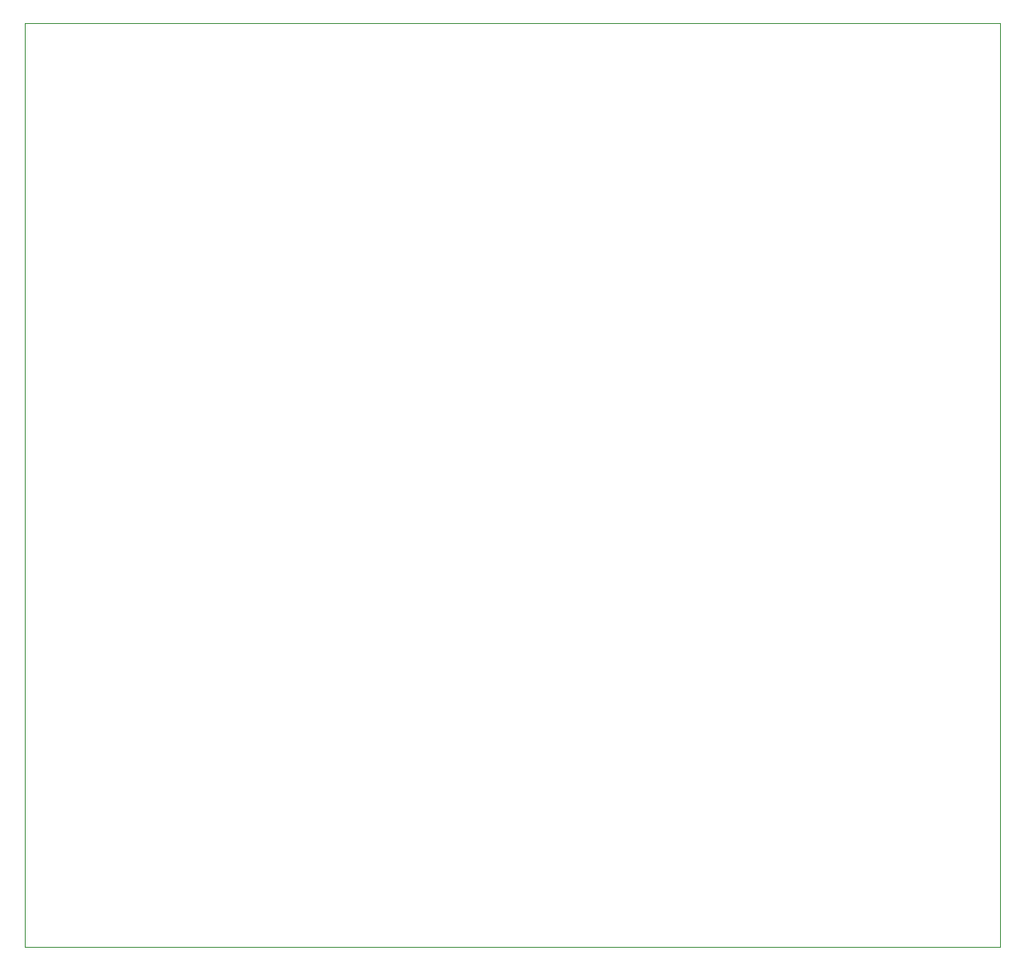
<source format=gm1>
G04 #@! TF.GenerationSoftware,KiCad,Pcbnew,(6.0.7)*
G04 #@! TF.CreationDate,2023-02-16T08:52:03+02:00*
G04 #@! TF.ProjectId,teensy_motor_controller,7465656e-7379-45f6-9d6f-746f725f636f,rev?*
G04 #@! TF.SameCoordinates,Original*
G04 #@! TF.FileFunction,Profile,NP*
%FSLAX46Y46*%
G04 Gerber Fmt 4.6, Leading zero omitted, Abs format (unit mm)*
G04 Created by KiCad (PCBNEW (6.0.7)) date 2023-02-16 08:52:03*
%MOMM*%
%LPD*%
G01*
G04 APERTURE LIST*
G04 #@! TA.AperFunction,Profile*
%ADD10C,0.050000*%
G04 #@! TD*
G04 APERTURE END LIST*
D10*
X99060000Y-48260000D02*
X195580000Y-48260000D01*
X195580000Y-48260000D02*
X195580000Y-139700000D01*
X195580000Y-139700000D02*
X99060000Y-139700000D01*
X99060000Y-139700000D02*
X99060000Y-48260000D01*
M02*

</source>
